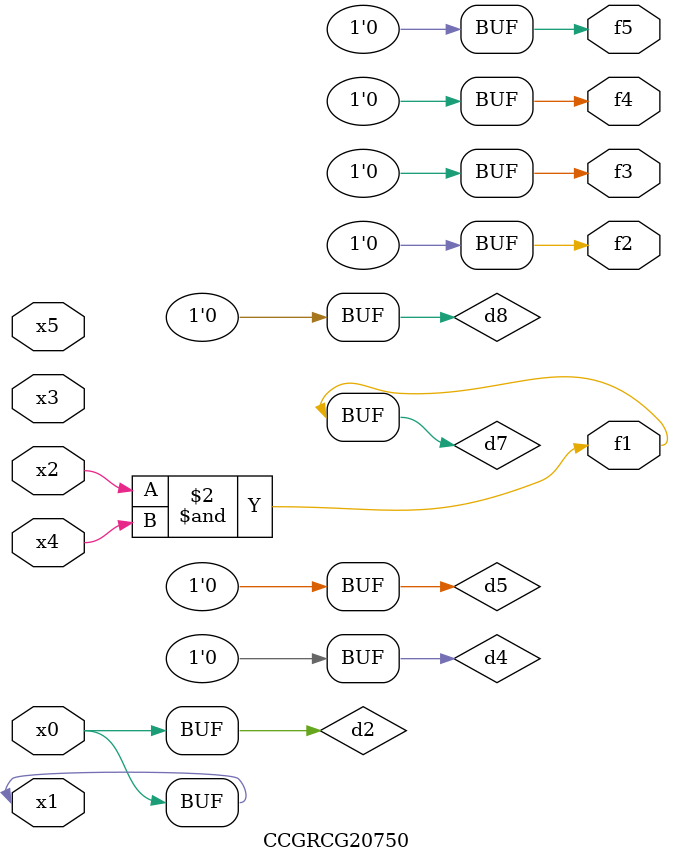
<source format=v>
module CCGRCG20750(
	input x0, x1, x2, x3, x4, x5,
	output f1, f2, f3, f4, f5
);

	wire d1, d2, d3, d4, d5, d6, d7, d8, d9;

	nand (d1, x1);
	buf (d2, x0, x1);
	nand (d3, x2, x4);
	and (d4, d1, d2);
	and (d5, d1, d2);
	nand (d6, d1, d3);
	not (d7, d3);
	xor (d8, d5);
	nor (d9, d5, d6);
	assign f1 = d7;
	assign f2 = d8;
	assign f3 = d8;
	assign f4 = d8;
	assign f5 = d8;
endmodule

</source>
